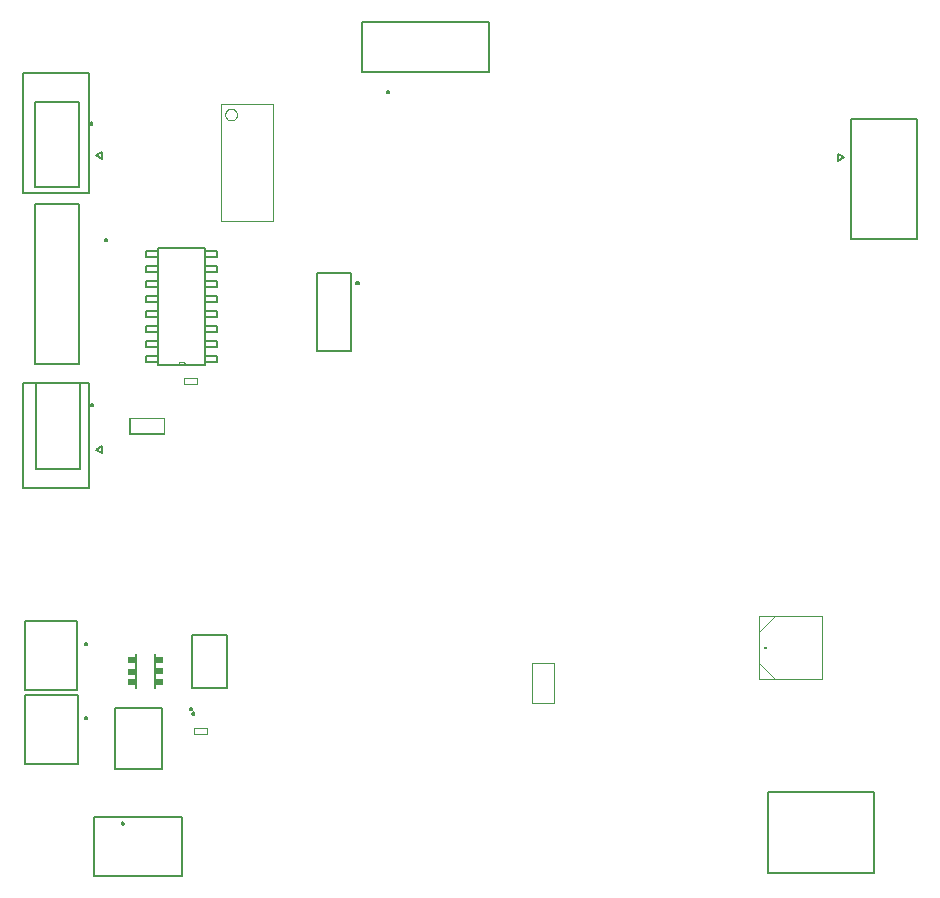
<source format=gbr>
%FSTAX23Y23*%
%MOIN*%
%SFA1B1*%

%IPPOS*%
%ADD139C,0.007874*%
%ADD140C,0.005000*%
%ADD144C,0.006000*%
%ADD147C,0.003937*%
%ADD149C,0.000000*%
%ADD247C,0.001000*%
%ADD250C,0.006299*%
%LNx98_carrier_v1r2_12082022_mechanical_13-1*%
%LPD*%
G36*
X00353Y00607D02*
Y00587D01*
X00327*
Y00607*
X00353*
G37*
G36*
Y00642D02*
Y00623D01*
X00327*
Y00642*
X00353*
G37*
G36*
Y00682D02*
Y00662D01*
X00327*
Y00682*
X00353*
G37*
G36*
X00445Y00607D02*
Y00587D01*
X0042*
Y00607*
X00445*
G37*
G36*
Y00644D02*
Y00625D01*
X0042*
Y00644*
X00445*
G37*
G36*
Y00682D02*
Y00662D01*
X0042*
Y00682*
X00445*
G37*
G54D139*
X00542Y00508D02*
D01*
X00542Y00508*
X00542Y00509*
X00542Y00509*
X00541Y00509*
X00541Y00509*
X00541Y0051*
X00541Y0051*
X00541Y0051*
X00541Y0051*
X00541Y00511*
X00541Y00511*
X0054Y00511*
X0054Y00511*
X0054Y00511*
X0054Y00512*
X00539Y00512*
X00539Y00512*
X00539Y00512*
X00539Y00512*
X00538Y00512*
X00538Y00512*
X00538Y00512*
X00538*
X00537Y00512*
X00537Y00512*
X00537Y00512*
X00536Y00512*
X00536Y00512*
X00536Y00512*
X00536Y00512*
X00535Y00511*
X00535Y00511*
X00535Y00511*
X00535Y00511*
X00535Y00511*
X00535Y0051*
X00534Y0051*
X00534Y0051*
X00534Y0051*
X00534Y00509*
X00534Y00509*
X00534Y00509*
X00534Y00509*
X00534Y00508*
X00534Y00508*
X00534Y00508*
X00534Y00508*
X00534Y00507*
X00534Y00507*
X00534Y00507*
X00534Y00507*
X00534Y00506*
X00534Y00506*
X00535Y00506*
X00535Y00506*
X00535Y00505*
X00535Y00505*
X00535Y00505*
X00535Y00505*
X00536Y00505*
X00536Y00505*
X00536Y00504*
X00536Y00504*
X00537Y00504*
X00537Y00504*
X00537Y00504*
X00538Y00504*
X00538*
X00538Y00504*
X00538Y00504*
X00539Y00504*
X00539Y00504*
X00539Y00504*
X00539Y00505*
X0054Y00505*
X0054Y00505*
X0054Y00505*
X0054Y00505*
X00541Y00505*
X00541Y00506*
X00541Y00506*
X00541Y00506*
X00541Y00506*
X00541Y00507*
X00541Y00507*
X00541Y00507*
X00542Y00507*
X00542Y00508*
X00542Y00508*
X00542Y00508*
X0055Y00493D02*
D01*
X0055Y00493*
X0055Y00493*
X0055Y00494*
X0055Y00494*
X0055Y00494*
X0055Y00494*
X0055Y00495*
X00549Y00495*
X00549Y00495*
X00549Y00495*
X00549Y00495*
X00549Y00496*
X00549Y00496*
X00548Y00496*
X00548Y00496*
X00548Y00496*
X00548Y00496*
X00547Y00496*
X00547Y00497*
X00547Y00497*
X00547Y00497*
X00546Y00497*
X00546*
X00546Y00497*
X00545Y00497*
X00545Y00497*
X00545Y00496*
X00545Y00496*
X00544Y00496*
X00544Y00496*
X00544Y00496*
X00544Y00496*
X00543Y00496*
X00543Y00495*
X00543Y00495*
X00543Y00495*
X00543Y00495*
X00543Y00495*
X00543Y00494*
X00542Y00494*
X00542Y00494*
X00542Y00494*
X00542Y00493*
X00542Y00493*
X00542Y00493*
X00542Y00492*
X00542Y00492*
X00542Y00492*
X00542Y00492*
X00542Y00491*
X00543Y00491*
X00543Y00491*
X00543Y00491*
X00543Y0049*
X00543Y0049*
X00543Y0049*
X00543Y0049*
X00544Y0049*
X00544Y00489*
X00544Y00489*
X00544Y00489*
X00545Y00489*
X00545Y00489*
X00545Y00489*
X00545Y00489*
X00546Y00489*
X00546Y00489*
X00546*
X00547Y00489*
X00547Y00489*
X00547Y00489*
X00547Y00489*
X00548Y00489*
X00548Y00489*
X00548Y00489*
X00548Y00489*
X00549Y0049*
X00549Y0049*
X00549Y0049*
X00549Y0049*
X00549Y0049*
X00549Y00491*
X0055Y00491*
X0055Y00491*
X0055Y00491*
X0055Y00492*
X0055Y00492*
X0055Y00492*
X0055Y00492*
X0055Y00493*
X012Y02566D02*
D01*
X012Y02566*
X012Y02566*
X012Y02566*
X012Y02567*
X012Y02567*
X012Y02567*
X012Y02567*
X012Y02568*
X012Y02568*
X01199Y02568*
X01199Y02568*
X01199Y02568*
X01199Y02569*
X01199Y02569*
X01198Y02569*
X01198Y02569*
X01198Y02569*
X01198Y02569*
X01197Y02569*
X01197Y02569*
X01197Y02569*
X01197Y02569*
X01196*
X01196Y02569*
X01196Y02569*
X01196Y02569*
X01195Y02569*
X01195Y02569*
X01195Y02569*
X01195Y02569*
X01194Y02569*
X01194Y02569*
X01194Y02568*
X01194Y02568*
X01193Y02568*
X01193Y02568*
X01193Y02568*
X01193Y02567*
X01193Y02567*
X01193Y02567*
X01193Y02567*
X01193Y02566*
X01193Y02566*
X01193Y02566*
X01193Y02566*
X01193Y02565*
X01193Y02565*
X01193Y02565*
X01193Y02564*
X01193Y02564*
X01193Y02564*
X01193Y02564*
X01193Y02563*
X01193Y02563*
X01193Y02563*
X01194Y02563*
X01194Y02563*
X01194Y02562*
X01194Y02562*
X01195Y02562*
X01195Y02562*
X01195Y02562*
X01195Y02562*
X01196Y02562*
X01196Y02562*
X01196Y02562*
X01196Y02562*
X01197*
X01197Y02562*
X01197Y02562*
X01197Y02562*
X01198Y02562*
X01198Y02562*
X01198Y02562*
X01198Y02562*
X01199Y02562*
X01199Y02562*
X01199Y02563*
X01199Y02563*
X01199Y02563*
X012Y02563*
X012Y02563*
X012Y02564*
X012Y02564*
X012Y02564*
X012Y02564*
X012Y02565*
X012Y02565*
X012Y02565*
X012Y02566*
X00212Y01522D02*
D01*
X00212Y01522*
X00212Y01522*
X00212Y01522*
X00212Y01523*
X00212Y01523*
X00212Y01523*
X00212Y01524*
X00212Y01524*
X00211Y01524*
X00211Y01524*
X00211Y01524*
X00211Y01525*
X00211Y01525*
X0021Y01525*
X0021Y01525*
X0021Y01525*
X0021Y01525*
X00209Y01525*
X00209Y01526*
X00209Y01526*
X00209Y01526*
X00208Y01526*
X00208*
X00208Y01526*
X00208Y01526*
X00207Y01526*
X00207Y01525*
X00207Y01525*
X00207Y01525*
X00206Y01525*
X00206Y01525*
X00206Y01525*
X00206Y01525*
X00205Y01524*
X00205Y01524*
X00205Y01524*
X00205Y01524*
X00205Y01524*
X00205Y01523*
X00205Y01523*
X00204Y01523*
X00204Y01522*
X00204Y01522*
X00204Y01522*
X00204Y01522*
X00204Y01521*
X00204Y01521*
X00204Y01521*
X00204Y01521*
X00205Y0152*
X00205Y0152*
X00205Y0152*
X00205Y0152*
X00205Y01519*
X00205Y01519*
X00205Y01519*
X00206Y01519*
X00206Y01519*
X00206Y01518*
X00206Y01518*
X00207Y01518*
X00207Y01518*
X00207Y01518*
X00207Y01518*
X00208Y01518*
X00208Y01518*
X00208Y01518*
X00208*
X00209Y01518*
X00209Y01518*
X00209Y01518*
X00209Y01518*
X0021Y01518*
X0021Y01518*
X0021Y01518*
X0021Y01518*
X00211Y01519*
X00211Y01519*
X00211Y01519*
X00211Y01519*
X00211Y01519*
X00212Y0152*
X00212Y0152*
X00212Y0152*
X00212Y0152*
X00212Y01521*
X00212Y01521*
X00212Y01521*
X00212Y01521*
X00212Y01522*
X00193Y00479D02*
D01*
X00193Y0048*
X00193Y0048*
X00193Y0048*
X00193Y0048*
X00192Y00481*
X00192Y00481*
X00192Y00481*
X00192Y00481*
X00192Y00482*
X00192Y00482*
X00192Y00482*
X00191Y00482*
X00191Y00482*
X00191Y00483*
X00191Y00483*
X0019Y00483*
X0019Y00483*
X0019Y00483*
X0019Y00483*
X00189Y00483*
X00189Y00483*
X00189Y00483*
X00189*
X00188Y00483*
X00188Y00483*
X00188Y00483*
X00188Y00483*
X00187Y00483*
X00187Y00483*
X00187Y00483*
X00187Y00483*
X00186Y00482*
X00186Y00482*
X00186Y00482*
X00186Y00482*
X00186Y00482*
X00185Y00481*
X00185Y00481*
X00185Y00481*
X00185Y00481*
X00185Y0048*
X00185Y0048*
X00185Y0048*
X00185Y0048*
X00185Y00479*
X00185Y00479*
X00185Y00479*
X00185Y00478*
X00185Y00478*
X00185Y00478*
X00185Y00478*
X00185Y00477*
X00185Y00477*
X00186Y00477*
X00186Y00477*
X00186Y00477*
X00186Y00476*
X00186Y00476*
X00187Y00476*
X00187Y00476*
X00187Y00476*
X00187Y00476*
X00188Y00475*
X00188Y00475*
X00188Y00475*
X00188Y00475*
X00189Y00475*
X00189*
X00189Y00475*
X00189Y00475*
X0019Y00475*
X0019Y00475*
X0019Y00476*
X0019Y00476*
X00191Y00476*
X00191Y00476*
X00191Y00476*
X00191Y00476*
X00192Y00477*
X00192Y00477*
X00192Y00477*
X00192Y00477*
X00192Y00477*
X00192Y00478*
X00192Y00478*
X00193Y00478*
X00193Y00478*
X00193Y00479*
X00193Y00479*
X00193Y00479*
X00192Y00725D02*
D01*
X00192Y00726*
X00192Y00726*
X00192Y00726*
X00192Y00726*
X00191Y00727*
X00191Y00727*
X00191Y00727*
X00191Y00727*
X00191Y00728*
X00191Y00728*
X00191Y00728*
X0019Y00728*
X0019Y00728*
X0019Y00729*
X0019Y00729*
X00189Y00729*
X00189Y00729*
X00189Y00729*
X00189Y00729*
X00188Y00729*
X00188Y00729*
X00188Y00729*
X00188*
X00187Y00729*
X00187Y00729*
X00187Y00729*
X00187Y00729*
X00186Y00729*
X00186Y00729*
X00186Y00729*
X00186Y00729*
X00185Y00728*
X00185Y00728*
X00185Y00728*
X00185Y00728*
X00185Y00728*
X00184Y00727*
X00184Y00727*
X00184Y00727*
X00184Y00727*
X00184Y00726*
X00184Y00726*
X00184Y00726*
X00184Y00726*
X00184Y00725*
X00184Y00725*
X00184Y00725*
X00184Y00724*
X00184Y00724*
X00184Y00724*
X00184Y00724*
X00184Y00723*
X00184Y00723*
X00185Y00723*
X00185Y00723*
X00185Y00723*
X00185Y00722*
X00185Y00722*
X00186Y00722*
X00186Y00722*
X00186Y00722*
X00186Y00722*
X00187Y00721*
X00187Y00721*
X00187Y00721*
X00187Y00721*
X00188Y00721*
X00188*
X00188Y00721*
X00188Y00721*
X00189Y00721*
X00189Y00721*
X00189Y00722*
X00189Y00722*
X0019Y00722*
X0019Y00722*
X0019Y00722*
X0019Y00722*
X00191Y00723*
X00191Y00723*
X00191Y00723*
X00191Y00723*
X00191Y00723*
X00191Y00724*
X00191Y00724*
X00192Y00724*
X00192Y00724*
X00192Y00725*
X00192Y00725*
X00192Y00725*
X00259Y02072D02*
D01*
X00259Y02072*
X00259Y02073*
X00259Y02073*
X00259Y02073*
X00259Y02073*
X00259Y02074*
X00259Y02074*
X00259Y02074*
X00259Y02074*
X00258Y02075*
X00258Y02075*
X00258Y02075*
X00258Y02075*
X00258Y02075*
X00257Y02076*
X00257Y02076*
X00257Y02076*
X00257Y02076*
X00256Y02076*
X00256Y02076*
X00256Y02076*
X00255Y02076*
X00255*
X00255Y02076*
X00255Y02076*
X00254Y02076*
X00254Y02076*
X00254Y02076*
X00254Y02076*
X00253Y02076*
X00253Y02075*
X00253Y02075*
X00253Y02075*
X00253Y02075*
X00252Y02075*
X00252Y02074*
X00252Y02074*
X00252Y02074*
X00252Y02074*
X00252Y02073*
X00252Y02073*
X00251Y02073*
X00251Y02073*
X00251Y02072*
X00251Y02072*
X00251Y02072*
X00251Y02072*
X00251Y02071*
X00252Y02071*
X00252Y02071*
X00252Y02071*
X00252Y0207*
X00252Y0207*
X00252Y0207*
X00252Y0207*
X00253Y02069*
X00253Y02069*
X00253Y02069*
X00253Y02069*
X00253Y02069*
X00254Y02069*
X00254Y02068*
X00254Y02068*
X00254Y02068*
X00255Y02068*
X00255Y02068*
X00255Y02068*
X00255*
X00256Y02068*
X00256Y02068*
X00256Y02068*
X00257Y02068*
X00257Y02068*
X00257Y02069*
X00257Y02069*
X00258Y02069*
X00258Y02069*
X00258Y02069*
X00258Y02069*
X00258Y0207*
X00259Y0207*
X00259Y0207*
X00259Y0207*
X00259Y02071*
X00259Y02071*
X00259Y02071*
X00259Y02071*
X00259Y02072*
X00259Y02072*
X00259Y02072*
X0021Y0246D02*
D01*
X0021Y0246*
X0021Y0246*
X0021Y0246*
X0021Y02461*
X0021Y02461*
X0021Y02461*
X0021Y02462*
X0021Y02462*
X00209Y02462*
X00209Y02462*
X00209Y02462*
X00209Y02463*
X00209Y02463*
X00208Y02463*
X00208Y02463*
X00208Y02463*
X00208Y02463*
X00207Y02463*
X00207Y02464*
X00207Y02464*
X00207Y02464*
X00206Y02464*
X00206*
X00206Y02464*
X00206Y02464*
X00205Y02464*
X00205Y02463*
X00205Y02463*
X00205Y02463*
X00204Y02463*
X00204Y02463*
X00204Y02463*
X00204Y02463*
X00203Y02462*
X00203Y02462*
X00203Y02462*
X00203Y02462*
X00203Y02462*
X00203Y02461*
X00203Y02461*
X00202Y02461*
X00202Y0246*
X00202Y0246*
X00202Y0246*
X00202Y0246*
X00202Y02459*
X00202Y02459*
X00202Y02459*
X00202Y02459*
X00203Y02458*
X00203Y02458*
X00203Y02458*
X00203Y02458*
X00203Y02457*
X00203Y02457*
X00203Y02457*
X00204Y02457*
X00204Y02457*
X00204Y02456*
X00204Y02456*
X00205Y02456*
X00205Y02456*
X00205Y02456*
X00205Y02456*
X00206Y02456*
X00206Y02456*
X00206Y02456*
X00206*
X00207Y02456*
X00207Y02456*
X00207Y02456*
X00207Y02456*
X00208Y02456*
X00208Y02456*
X00208Y02456*
X00208Y02456*
X00209Y02457*
X00209Y02457*
X00209Y02457*
X00209Y02457*
X00209Y02457*
X0021Y02458*
X0021Y02458*
X0021Y02458*
X0021Y02458*
X0021Y02459*
X0021Y02459*
X0021Y02459*
X0021Y02459*
X0021Y0246*
X01097Y01928D02*
D01*
X01097Y01929*
X01097Y01929*
X01097Y01929*
X01097Y0193*
X01097Y0193*
X01097Y0193*
X01097Y0193*
X01097Y01931*
X01096Y01931*
X01096Y01931*
X01096Y01931*
X01096Y01931*
X01096Y01932*
X01095Y01932*
X01095Y01932*
X01095Y01932*
X01095Y01932*
X01094Y01932*
X01094Y01932*
X01094Y01932*
X01094Y01932*
X01093Y01932*
X01093*
X01093Y01932*
X01092Y01932*
X01092Y01932*
X01092Y01932*
X01092Y01932*
X01091Y01932*
X01091Y01932*
X01091Y01932*
X01091Y01932*
X01091Y01931*
X0109Y01931*
X0109Y01931*
X0109Y01931*
X0109Y01931*
X0109Y0193*
X0109Y0193*
X01089Y0193*
X01089Y0193*
X01089Y01929*
X01089Y01929*
X01089Y01929*
X01089Y01928*
X01089Y01928*
X01089Y01928*
X01089Y01928*
X01089Y01927*
X01089Y01927*
X0109Y01927*
X0109Y01927*
X0109Y01926*
X0109Y01926*
X0109Y01926*
X0109Y01926*
X01091Y01926*
X01091Y01925*
X01091Y01925*
X01091Y01925*
X01091Y01925*
X01092Y01925*
X01092Y01925*
X01092Y01925*
X01092Y01925*
X01093Y01925*
X01093Y01925*
X01093*
X01094Y01925*
X01094Y01925*
X01094Y01925*
X01094Y01925*
X01095Y01925*
X01095Y01925*
X01095Y01925*
X01095Y01925*
X01096Y01925*
X01096Y01926*
X01096Y01926*
X01096Y01926*
X01096Y01926*
X01097Y01926*
X01097Y01927*
X01097Y01927*
X01097Y01927*
X01097Y01927*
X01097Y01928*
X01097Y01928*
X01097Y01928*
X01097Y01928*
G54D140*
X00284Y00309D02*
Y0051D01*
X00441Y00309D02*
Y0051D01*
X00284Y00309D02*
X00441D01*
X00284Y0051D02*
X00441D01*
X00541Y00756D02*
X0066D01*
X00541Y00579D02*
X0066D01*
Y00756*
X00541Y00579D02*
Y00756D01*
X0296Y02074D02*
Y02474D01*
X02739D02*
X0296D01*
X02739Y02074D02*
Y02474D01*
Y02074D02*
X0296D01*
X02695Y02336D02*
Y02359D01*
Y02336D02*
X02714Y02348D01*
X02695Y02359D02*
X02714Y02348D01*
X01108Y02798D02*
X01531D01*
X01108Y0263D02*
Y02798D01*
Y0263D02*
X01531D01*
Y02798*
X00167Y01309D02*
Y01594D01*
X00021Y01309D02*
X00167D01*
X00021D02*
Y01594D01*
X00167*
X00215Y-00048D02*
Y00148D01*
X0051*
Y-00048D02*
Y00148D01*
X00215Y-00048D02*
X0051D01*
X-00021Y02228D02*
Y02628D01*
Y02228D02*
X00198D01*
Y02628*
X-00021D02*
X00198D01*
X00243Y02342D02*
Y02366D01*
X00223Y02354D02*
X00243Y02366D01*
X00223Y02354D02*
X00243Y02342D01*
X00223Y01372D02*
X00243Y0136D01*
X00223Y01372D02*
X00243Y01384D01*
Y0136D02*
Y01384D01*
X-00021Y01596D02*
X00198D01*
Y01246D02*
Y01596D01*
X-00021Y01246D02*
X00198D01*
X-00021D02*
Y01596D01*
X-00015Y00324D02*
Y00556D01*
X00161*
Y00324D02*
Y00556D01*
X-00015Y00324D02*
X00161D01*
X-00016Y0057D02*
X0016D01*
Y00802*
X-00016D02*
X0016D01*
X-00016Y0057D02*
Y00802D01*
X00165Y01659D02*
Y0219D01*
X00019Y01659D02*
X00165D01*
X00019D02*
Y0219D01*
X00165*
X00019Y02532D02*
X00165D01*
X00019Y02247D02*
Y02532D01*
Y02247D02*
X00165D01*
Y02532*
X01071Y017D02*
Y0196D01*
X00958Y017D02*
X01071D01*
X00958D02*
Y0196D01*
X01071*
X02462Y00232D02*
X02814D01*
Y-00039D02*
Y00232D01*
X02462Y-00039D02*
X02814D01*
X02462D02*
Y00232D01*
G54D144*
X00418Y00579D02*
Y0069D01*
X00354Y00579D02*
Y0069D01*
X0043Y01655D02*
Y02045D01*
Y01655D02*
X00495D01*
X00519*
X00584*
Y02045*
X0043D02*
X00584D01*
Y01665D02*
X00625D01*
Y01685*
X00584D02*
X00625D01*
X00584Y01665D02*
Y01685D01*
Y01715D02*
X00625D01*
Y01735*
X00584D02*
X00625D01*
X00584Y01715D02*
Y01735D01*
Y01765D02*
X00625D01*
Y01785*
X00584D02*
X00625D01*
X00584Y01765D02*
Y01785D01*
Y01815D02*
X00625D01*
Y01835*
X00584D02*
X00625D01*
X00584Y01815D02*
Y01835D01*
Y01865D02*
X00625D01*
Y01885*
X00584D02*
X00625D01*
X00584Y01865D02*
Y01885D01*
Y01915D02*
X00625D01*
Y01935*
X00584D02*
X00625D01*
X00584Y01915D02*
Y01935D01*
Y01965D02*
X00625D01*
Y01985*
X00584D02*
X00625D01*
X00584Y01965D02*
Y01985D01*
Y02015D02*
X00625D01*
Y02035*
X00584D02*
X00625D01*
X00584Y02015D02*
Y02035D01*
X00389D02*
X0043D01*
X00389Y02015D02*
Y02035D01*
Y02015D02*
X0043D01*
Y02035*
X00389Y01985D02*
X0043D01*
X00389Y01965D02*
Y01985D01*
Y01965D02*
X0043D01*
Y01985*
X00389Y01935D02*
X0043D01*
X00389Y01915D02*
Y01935D01*
Y01915D02*
X0043D01*
Y01935*
X00389Y01885D02*
X0043D01*
X00389Y01865D02*
Y01885D01*
Y01865D02*
X0043D01*
Y01885*
X00389Y01835D02*
X0043D01*
X00389Y01815D02*
Y01835D01*
Y01815D02*
X0043D01*
Y01835*
X00389Y01785D02*
X0043D01*
X00389Y01765D02*
Y01785D01*
Y01765D02*
X0043D01*
Y01785*
X00389Y01735D02*
X0043D01*
X00389Y01715D02*
Y01735D01*
Y01715D02*
X0043D01*
Y01735*
X00389Y01685D02*
X0043D01*
X00389Y01665D02*
Y01685D01*
Y01665D02*
X0043D01*
Y01685*
G54D147*
X00692Y0249D02*
D01*
X00692Y02491*
X00692Y02492*
X00691Y02494*
X00691Y02495*
X00691Y02496*
X0069Y02498*
X00689Y02499*
X00689Y025*
X00688Y02501*
X00687Y02502*
X00686Y02503*
X00685Y02504*
X00684Y02505*
X00683Y02506*
X00682Y02507*
X00681Y02507*
X00679Y02508*
X00678Y02508*
X00677Y02509*
X00675Y02509*
X00674Y02509*
X00673Y02509*
X00671*
X0067Y02509*
X00669Y02509*
X00667Y02509*
X00666Y02508*
X00665Y02508*
X00663Y02507*
X00662Y02507*
X00661Y02506*
X0066Y02505*
X00659Y02504*
X00658Y02503*
X00657Y02502*
X00656Y02501*
X00655Y025*
X00655Y02499*
X00654Y02498*
X00654Y02496*
X00653Y02495*
X00653Y02494*
X00653Y02492*
X00652Y02491*
X00652Y0249*
X00652Y02488*
X00653Y02487*
X00653Y02486*
X00653Y02484*
X00654Y02483*
X00654Y02482*
X00655Y0248*
X00655Y02479*
X00656Y02478*
X00657Y02477*
X00658Y02476*
X00659Y02475*
X0066Y02474*
X00661Y02473*
X00662Y02473*
X00663Y02472*
X00665Y02471*
X00666Y02471*
X00667Y02471*
X00669Y0247*
X0067Y0247*
X00671Y0247*
X00673*
X00674Y0247*
X00675Y0247*
X00677Y02471*
X00678Y02471*
X00679Y02471*
X00681Y02472*
X00682Y02473*
X00683Y02473*
X00684Y02474*
X00685Y02475*
X00686Y02476*
X00687Y02477*
X00688Y02478*
X00689Y02479*
X00689Y0248*
X0069Y02482*
X00691Y02483*
X00691Y02484*
X00691Y02486*
X00692Y02487*
X00692Y02488*
X00692Y0249*
X00333Y01477D02*
X00448D01*
X00333Y01426D02*
X00448D01*
X00333D02*
Y01477D01*
X00448Y01426D02*
Y01477D01*
X00334Y01478D02*
X00449D01*
X00334Y01427D02*
X00449D01*
Y01478*
X00334Y01427D02*
Y01478D01*
X0055Y00424D02*
X00591D01*
X0055Y00445D02*
X00591D01*
X0055Y00424D02*
Y00445D01*
X00591Y00424D02*
Y00445D01*
X00516Y0159D02*
Y01611D01*
X00557Y0159D02*
Y01611D01*
X00516Y0159D02*
X00557D01*
X00516Y01611D02*
X00557D01*
X00637Y02135D02*
X00813D01*
X00637Y02525D02*
X00813D01*
Y02135D02*
Y02525D01*
X00637Y02135D02*
Y02525D01*
G54D149*
X00519Y01655D02*
D01*
X00519Y01655*
X00519Y01656*
X00519Y01657*
X00519Y01658*
X00519Y01659*
X00518Y01659*
X00518Y0166*
X00517Y01661*
X00517Y01662*
X00516Y01662*
X00516Y01663*
X00515Y01663*
X00515Y01664*
X00514Y01664*
X00513Y01665*
X00513Y01665*
X00512Y01666*
X00511Y01666*
X0051Y01666*
X00509Y01666*
X00509Y01666*
X00508Y01666*
X00507*
X00506Y01666*
X00505Y01666*
X00504Y01666*
X00504Y01666*
X00503Y01666*
X00502Y01665*
X00501Y01665*
X00501Y01664*
X005Y01664*
X00499Y01663*
X00499Y01663*
X00498Y01662*
X00498Y01662*
X00497Y01661*
X00497Y0166*
X00496Y01659*
X00496Y01659*
X00496Y01658*
X00496Y01657*
X00495Y01656*
X00495Y01655*
X00495Y01655*
X02456Y00713D02*
D01*
X02456Y00714*
X02456Y00714*
X02456Y00714*
X02456Y00714*
X02456Y00715*
X02456Y00715*
X02456Y00715*
X02455Y00715*
X02455Y00715*
X02455Y00715*
X02455Y00716*
X02455Y00716*
X02455Y00716*
X02455Y00716*
X02454Y00716*
X02454Y00716*
X02454Y00716*
X02454Y00716*
X02454Y00716*
X02453Y00716*
X02453Y00716*
X02453Y00716*
X02453*
X02453Y00716*
X02452Y00716*
X02452Y00716*
X02452Y00716*
X02452Y00716*
X02452Y00716*
X02451Y00716*
X02451Y00716*
X02451Y00716*
X02451Y00716*
X02451Y00716*
X02451Y00715*
X02451Y00715*
X0245Y00715*
X0245Y00715*
X0245Y00715*
X0245Y00715*
X0245Y00714*
X0245Y00714*
X0245Y00714*
X0245Y00714*
X0245Y00713*
X0245Y00713*
X0245Y00713*
X0245Y00713*
X0245Y00713*
X0245Y00712*
X0245Y00712*
X0245Y00712*
X0245Y00712*
X02451Y00712*
X02451Y00712*
X02451Y00711*
X02451Y00711*
X02451Y00711*
X02451Y00711*
X02451Y00711*
X02452Y00711*
X02452Y00711*
X02452Y00711*
X02452Y00711*
X02452Y00711*
X02453Y0071*
X02453Y0071*
X02453*
X02453Y0071*
X02453Y00711*
X02454Y00711*
X02454Y00711*
X02454Y00711*
X02454Y00711*
X02454Y00711*
X02455Y00711*
X02455Y00711*
X02455Y00711*
X02455Y00711*
X02455Y00712*
X02455Y00712*
X02455Y00712*
X02456Y00712*
X02456Y00712*
X02456Y00712*
X02456Y00713*
X02456Y00713*
X02456Y00713*
X02456Y00713*
X02456Y00713*
G54D247*
X02433Y00766D02*
X02485Y00818D01*
X02433Y00661D02*
X02485Y00609D01*
X02433D02*
X02642D01*
Y00818*
X02433D02*
X02642D01*
X02433Y00609D02*
Y00818D01*
X01747Y00528D02*
Y00663D01*
X01676D02*
X01747D01*
X01676Y00528D02*
Y00663D01*
Y00528D02*
X01747D01*
G54D250*
X00314Y00127D02*
D01*
X00314Y00127*
X00314Y00127*
X00314Y00127*
X00314Y00127*
X00314Y00128*
X00314Y00128*
X00314Y00128*
X00314Y00128*
X00314Y00128*
X00313Y00129*
X00313Y00129*
X00313Y00129*
X00313Y00129*
X00313Y00129*
X00313Y00129*
X00312Y00129*
X00312Y0013*
X00312Y0013*
X00312Y0013*
X00312Y0013*
X00311Y0013*
X00311Y0013*
X00311*
X00311Y0013*
X00311Y0013*
X0031Y0013*
X0031Y0013*
X0031Y0013*
X0031Y00129*
X00309Y00129*
X00309Y00129*
X00309Y00129*
X00309Y00129*
X00309Y00129*
X00309Y00129*
X00309Y00128*
X00308Y00128*
X00308Y00128*
X00308Y00128*
X00308Y00128*
X00308Y00127*
X00308Y00127*
X00308Y00127*
X00308Y00127*
X00308Y00127*
X00308Y00126*
X00308Y00126*
X00308Y00126*
X00308Y00126*
X00308Y00126*
X00308Y00125*
X00308Y00125*
X00308Y00125*
X00309Y00125*
X00309Y00125*
X00309Y00124*
X00309Y00124*
X00309Y00124*
X00309Y00124*
X00309Y00124*
X0031Y00124*
X0031Y00124*
X0031Y00124*
X0031Y00124*
X00311Y00124*
X00311Y00123*
X00311Y00123*
X00311*
X00311Y00123*
X00312Y00124*
X00312Y00124*
X00312Y00124*
X00312Y00124*
X00312Y00124*
X00313Y00124*
X00313Y00124*
X00313Y00124*
X00313Y00124*
X00313Y00124*
X00313Y00125*
X00314Y00125*
X00314Y00125*
X00314Y00125*
X00314Y00125*
X00314Y00126*
X00314Y00126*
X00314Y00126*
X00314Y00126*
X00314Y00126*
X00314Y00127*
M02*
</source>
